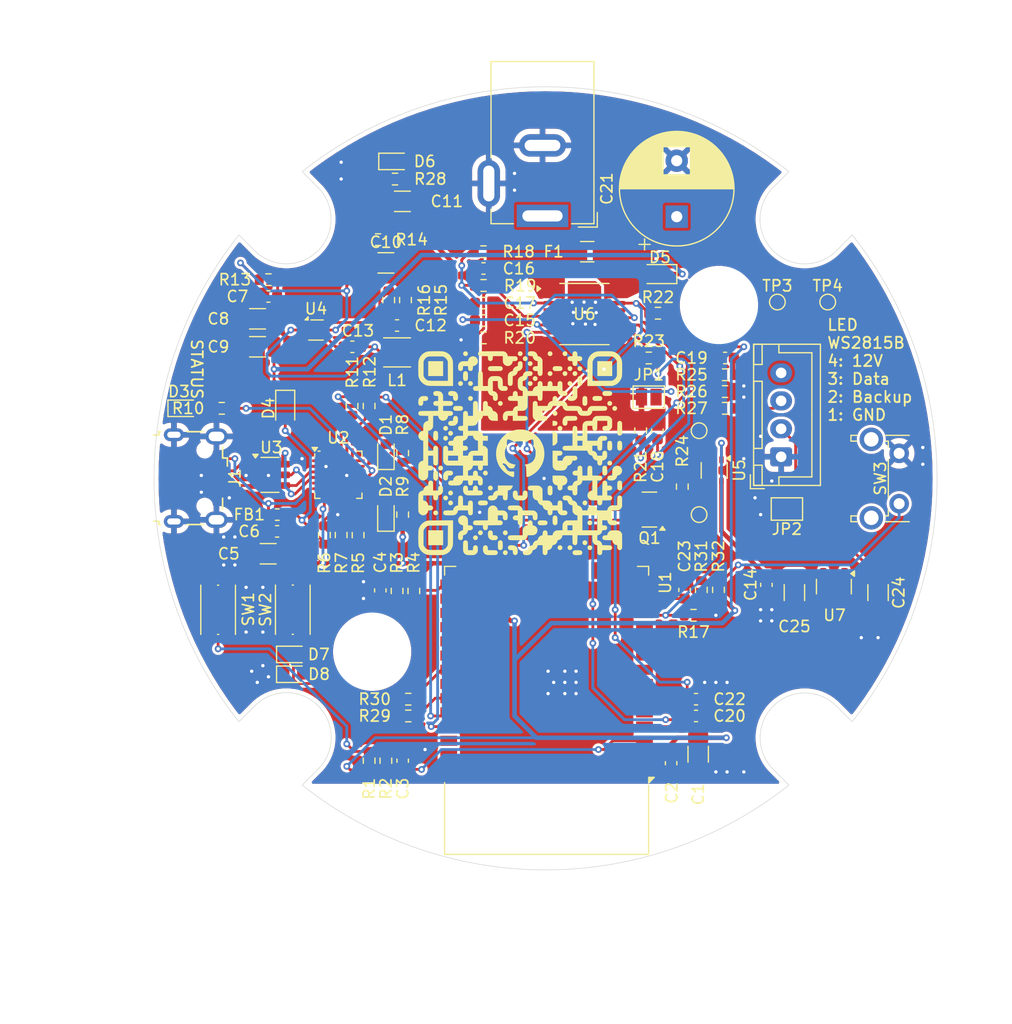
<source format=kicad_pcb>
(kicad_pcb (version 20240108) (generator "pcbnew") (generator_version "8.0")
  (layers (0 "F.Cu" signal) (31 "B.Cu" signal) (34 "B.Paste" user) (35 "F.Paste" user) (36 "B.SilkS" user "B.Silkscreen") (37 "F.SilkS" user "F.Silkscreen") (38 "B.Mask" user) (39 "F.Mask" user) (44 "Edge.Cuts" user))
  (net 0 "")
  (net 1 "+3V3")
  (net 3 "GND")
  (net 4 "Net-(D1-K)")
  (net 5 "Net-(U1-IO14)")
  (net 7 "Net-(D7-A)")
  (net 8 "Net-(D8-A)")
  (net 9 "Net-(U1-IO21)")
  (net 11 "Net-(U1-IO19)")
  (net 15 "Net-(R31-Pad1)")
  (net 23 "Net-(U1-EN)")
  (net 32 "Net-(U1-IO0)")
  (net 33 "ESP_EN")
  (net 34 "ESP_IO0")
  (net 35 "TXT")
  (net 36 "Net-(D2-K)")
  (net 37 "RXT")
  (net 38 "Suspendb")
  (net 39 "Net-(J1-VBUS)")
  (net 40 "VBUS")
  (net 41 "USB_D+")
  (net 43 "USB_D-")
  (net 44 "Net-(U2-~{RST})")
  (net 45 "Net-(U2-VBUS)")
  (net 46 "Net-(U2-~{SUSPEND})")
  (net 47 "RXD0")
  (net 48 "TXD")
  (net 49 "TXD0")
  (net 50 "RXD")
  (net 62 "Net-(U4-EN)")
  (net 63 "VFB")
  (net 64 "VBST")
  (net 65 "Net-(U4-SW)")
  (net 66 "+5V")
  (net 67 "LVL_GATE")
  (net 68 "DATA_ESP")
  (net 69 "DATA")
  (net 70 "RTN")
  (net 71 "Net-(U6-dVdT)")
  (net 72 "VIN")
  (net 73 "I_SNS")
  (net 74 "+12V")
  (net 75 "+12V_SNS")
  (net 76 "Net-(J3-Pin_3)")
  (net 77 "BACKUP")
  (net 78 "Net-(JP1-A)")
  (net 79 "eFuse_SHDN")
  (net 80 "Net-(Q1-D)")
  (net 81 "Net-(U6-UVLO)")
  (net 82 "Net-(U6-OVP)")
  (net 83 "Net-(U6-ILIM)")
  (net 84 "eFuse_FAULT")
  (net 87 "Vin_Buck")
  (net 88 "Net-(D6-A)")
  (footprint "Capacitor_SMD:C_0603_1608Metric" (layer "F.Cu") (at 10.277011 -4.509149 90)
    (property "Reference" "C18")
    (property "Value" "33p/50V" (hide yes))
  )
  (footprint "MountingHole:MountingHole_3.2mm_M3" (layer "F.Cu") (at -15.226661 15.259661)
    (property "Reference" "H4" (hide yes))
    (property "Value" "MountingHole" (hide yes))
  )
  (footprint "Resistor_SMD:R_0603_1608Metric" (layer "F.Cu") (at 14.199408 9.731209 -90)
    (property "Reference" "R31")
    (property "Value" "56k" (hide yes))
  )
  (footprint "RF_Module:ESP32-WROOM-32D" (layer "F.Cu") (at 0.37 17.51 180)
    (property "Reference" "U1")
    (property "Value" "ESP32-WROOM-32E")
  )
  (footprint "Resistor_SMD:R_0603_1608Metric" (layer "F.Cu") (at -14 25 -90)
    (property "Reference" "R2")
    (property "Value" "56k")
  )
  (footprint "Capacitor_SMD:C_0603_1608Metric" (layer "F.Cu") (at -24.5 -16.5 180)
    (property "Reference" "C7")
    (property "Value" "100n/50V")
  )
  (footprint "Resistor_SMD:R_0603_1608Metric" (layer "F.Cu") (at -5.267292 -12.794371 180)
    (property "Reference" "R20")
    (property "Value" "10k" (hide yes))
  )
  (footprint "Capacitor_SMD:C_1206_3216Metric" (layer "F.Cu") (at 30 9.975 -90)
    (property "Reference" "C24")
    (property "Value" "10u/25V")
  )
  (footprint "Capacitor_SMD:C_0603_1608Metric" (layer "F.Cu") (at -23.725 4.5 180)
    (property "Reference" "C6")
    (property "Value" "100n/50V" (hide yes))
  )
  (footprint "LED_SMD:LED_0603_1608Metric" (layer "F.Cu") (at -13.152781 -28.57259)
    (property "Reference" "D6")
    (property "Value" "LED_green" (hide yes))
  )
  (footprint "Capacitor_SMD:C_1206_3216Metric" (layer "F.Cu") (at -25.475 -12 180)
    (property "Reference" "C9")
    (property "Value" "10u/25V")
  )
  (footprint "Connector_JST:JST_XH_B4B-XH-A_1x04_P2.50mm_Vertical" (layer "F.Cu") (at 21.333826 -2.167652 90)
    (property "Reference" "J3" (hide yes))
    (property "Value" "Conn_01x04_Pin" (hide yes))
  )
  (footprint "Resistor_SMD:R_0603_1608Metric" (layer "F.Cu") (at -11.5 9.825 -90)
    (property "Reference" "R4")
    (property "Value" "10k" (hide yes))
  )
  (footprint "LED_SMD:LED_0603_1608Metric" (layer "F.Cu") (at -32 -6.5)
    (property "Reference" "D3")
    (property "Value" "LED_green")
  )
  (footprint "Fuse:Fuse_1206_3216Metric" (layer "F.Cu") (at 4 -20.5)
    (property "Reference" "F1")
    (property "Value" "n.b." (hide yes))
  )
  (footprint "Capacitor_SMD:C_0603_1608Metric" (layer "F.Cu") (at -5.262615 -14.348043 180)
    (property "Reference" "C15")
    (property "Value" "100n/50V" (hide yes))
  )
  (footprint "Button_Switch_THT:SW_Tactile_SPST_Angled_PTS645Vx83-2LFS" (layer "F.Cu") (at 31.886465 -2.475887 -90)
    (property "Reference" "SW3")
    (property "Value" "SW_Push")
  )
  (footprint "Capacitor_THT:CP_Radial_D10.0mm_P5.00mm" (layer "F.Cu") (at 12 -23.632323 90)
    (property "Reference" "C21")
    (property "Value" "1.5m/16V" (hide yes))
  )
  (footprint "Resistor_SMD:R_0603_1608Metric" (layer "F.Cu") (at 16.325 -9.5)
    (property "Reference" "R25")
    (property "Value" "R")
  )
  (footprint "Capacitor_SMD:C_0603_1608Metric" (layer "F.Cu") (at -17 -12)
    (property "Reference" "C13")
    (property "Value" "100n/50V")
  )
  (footprint "Capacitor_SMD:C_0603_1608Metric" (layer "F.Cu") (at -12.5 25 90)
    (property "Reference" "C3")
    (property "Value" "100n/50V")
  )
  (footprint "Package_SO:HTSSOP-16-1EP_4.4x5mm_P0.65mm_EP3x3mm" (layer "F.Cu") (at 3.75 -14.925845)
    (property "Reference" "U6")
    (property "Value" "TPS26400PWPR" (hide yes))
  )
  (footprint "Resistor_SMD:R_0603_1608Metric" (layer "F.Cu") (at -12.5 -2.5 -90)
    (property "Reference" "R8")
    (property "Value" "270R" (hide yes))
  )
  (footprint "Capacitor_SMD:C_0603_1608Metric" (layer "F.Cu") (at 16.325 -11)
    (property "Reference" "C19")
    (property "Value" "100n/50V" (hide yes))
  )
  (footprint "Inductor_SMD:L_0603_1608Metric" (layer "F.Cu") (at -23.7125 3)
    (property "Reference" "FB1")
    (property "Value" "300R@100MHz" (hide yes))
  )
  (footprint "Button_Switch_SMD:SW_Push_1P1T_NO_CK_KMR2" (layer "F.Cu") (at -29 11.509226 -90)
    (property "Reference" "SW1")
    (property "Value" "SW_Push")
  )
  (footprint "Resistor_SMD:R_0603_1608Metric" (layer "F.Cu") (at 16.325 -8 180)
    (property "Reference" "R26")
    (property "Value" "R" (hide yes))
  )
  (footprint "Capacitor_SMD:C_0603_1608Metric" (layer "F.Cu") (at 12.699408 9.731209 90)
    (property "Reference" "C23")
    (property "Value" "100n/50V" (hide yes))
  )
  (footprint "Capacitor_SMD:C_0603_1608Metric" (layer "F.Cu") (at 13.725 19.5)
    (property "Reference" "C22")
    (property "Value" "33p/50V" (hide yes))
  )
  (footprint "Package_TO_SOT_SMD:SOT-353_SC-70-5" (layer "F.Cu") (at 15.35 -0.95 -90)
    (property "Reference" "U5")
    (property "Value" "TC7SET126FU" (hide yes))
  )
  (footprint "TestPoint:TestPoint_Pad_D1.0mm" (layer "F.Cu") (at 14 3)
    (property "Reference" "TP1" (hide yes))
    (property "Value" "TestPoint" (hide yes))
  )
  (footprint "Connector_BarrelJack:BarrelJack_GCT_DCJ200-10-A_Horizontal" (layer "F.Cu") (at 0 -23.7 180)
    (property "Reference" "J2" (hide yes))
    (property "Value" "Barrel_Jack_Switch" (hide yes))
  )
  (footprint "Package_TO_SOT_SMD:SOT-563" (layer "F.Cu") (at -20.25 -13.5)
    (property "Reference" "U4")
    (property "Value" "TPS562242" (hide yes))
  )
  (footprint "Capacitor_SMD:C_0603_1608Metric" (layer "F.Cu") (at -5.262615 -15.910077 180)
    (property "Reference" "C17")
    (property "Value" "100n/50V" (hide yes))
  )
  (footprint "Resistor_SMD:R_0603_1608Metric" (layer "F.Cu") (at -13.186015 -26.993938)
    (property "Reference" "R28")
    (property "Value" "270R" (hide yes))
  )
  (footprint "Resistor_SMD:R_0603_1608Metric" (layer "F.Cu") (at 13.5 12)
    (property "Reference" "R17")
    (property "Value" "10k" (hide yes))
  )
  (footprint "Resistor_SMD:R_0603_1608Metric" (layer "F.Cu") (at 16.325 -6.5 180)
    (property "Reference" "R27")
    (property "Value" "470R" (hide yes))
  )
  (footprint "Capacitor_SMD:C_1206_3216Metric" (layer "F.Cu") (at -25.475 -14.5 180)
    (property "Reference" "C8")
    (property "Value" "10u/25V" (hide yes))
  )
  (footprint "Resistor_SMD:R_0603_1608Metric" (layer "F.Cu") (at -14.70014 -21.576473)
    (property "Reference" "R14")
    (property "Value" "20k")
  )
  (footprint "TestPoint:TestPoint_Pad_D1.0mm" (layer "F.Cu") (at 25.5 -16)
    (property "Reference" "TP4")
    (property "Value" "TestPoint" (hide yes))
  )
  (footprint "Capacitor_SMD:C_0603_1608Metric" (layer "F.Cu") (at 20.021407 9.282598 -90)
    (property "Reference" "C14")
    (property "Value" "100n/50V" (hide yes))
  )
  (footprint "Capacitor_SMD:C_0603_1608Metric" (layer "F.Cu") (at 11.5 25.221565 -90)
    (property "Reference" "C2")
    (property "Value" "100n/50V")
  )
  (footprint "Resistor_SMD:R_0603_1608Metric" (layer "F.Cu") (at -15.5 25 90)
    (property "Reference" "R1")
    (property "Value" "10k")
  )
  (footprint "Resistor_SMD:R_0603_1608Metric" (layer "F.Cu") (at -15.5 -6.706794 90)
    (property "Reference" "R12")
    (property "Value" "0R")
  )
  (footprint "Resistor_SMD:R_0603_1608Metric" (layer "F.Cu") (at -24.5 -18 180)
    (property "Reference" "R13")
    (property "Value" "47k" (hide yes))
  )
  (footprint "Resistor_SMD:R_0603_1608Metric" (layer "F.Cu") (at -28.675 -6.5 180)
    (property "Reference" "R10")
    (property "Value" "270R")
  )
  (footprint "TestPoint:TestPoint_Pad_D1.0mm" (layer "F.Cu") (at 14 -4.5)
    (property "Reference" "TP2" (hide yes))
    (property "Value" "TestPoint" (hide yes))
  )
  (footprint "Resistor_SMD:R_0603_1608Metric" (layer "F.Cu") (at 10.325 -15)
    (property "Reference" "R22")
    (property "Value" "10k" (hide yes))
  )
  (footprint "Resistor_SMD:R_0603_1608Metric" (layer "F.Cu") (at -12.25 -16.175 90)
    (property "Reference" "R15")
    (property "Value" "75K" (hide yes))
  )
  (footprint "Resistor_SMD:R_0603_1608Metric" (layer "F.Cu") (at -12 21 180)
    (property "Reference" "R29")
    (property "Value" "270R")
  )
  (footprint "TestPoint:TestPoint_Pad_D1.0mm" (layer "F.Cu") (at 21 -16)
    (property "Reference" "TP3")
    (property "Value" "TestPoint" (hide yes))
  )
  (footprint "Capacitor_SMD:C_0603_1608Metric" (layer "F.Cu") (at 13.725 21)
    (property "Reference" "C20")
    (property "Value" "33p/50V" (hide yes))
  )
  (footprint "Diode_SMD:D_SOD-323F" (layer "F.Cu") (at 10.4 -18.5 180)
    (property "Reference" "D5")
    (property "Value" "SS0840WS" (hide yes))
  )
  (footprint "Capacitor_SMD:C_1206_3216Metric" (layer "F.Cu") (at -14 -19.5)
    (property "Reference" "C10")
    (property "Value" "10n/50V")
  )
  (footprint "Capacitor_SMD:C_1206_3216Metric" (layer "F.Cu") (at 13.918017 24.42393 -90)
    (property "Reference" "C1")
    (property "Value" "22u/10V" (hide yes))
  )
  (footprint "Resistor_SMD:R_0603_1608Metric" (layer "F.Cu") (at -18 4.825 -90)
    (property "Reference" "R7")
    (property "Value" "100k")
  )
  (footprint "Capacitor_SMD:C_0603_1608Metric" (layer "F.Cu") (at -14.5 9.775 -90)
    (property "Reference" "C4")
    (property "Value" "100n/50V" (hide yes))
  )
  (footprint "Capacitor_SMD:C_1206_3216Metric" (layer "F.Cu") (at -12.525 -25)
    (property "Reference" "C11")
    (property "Value" "22u/10V" (hide yes))
  )
  (footprint "Capacitor_SMD:C_0603_1608Metric" (layer "F.Cu") (at -13.004024 -13.904443 180)
    (property "Reference" "C12")
    (property "Value" "33p/50V" (hide yes))
  )
  (footprint "Jumper:SolderJumper-2_P1.3mm_Open_Pad1.0x1.5mm" (layer "F.Cu") (at 21.85 2.5 180)
    (property "Reference" "JP2")
    (property "Value" "SolderJumper_2_Open" (hide yes))
  )
  (footprint "Inductor_SMD:L_Taiyo-Yuden_NR-24xx" (layer "F.Cu") (at -13 -11.5)
    (property "Reference" "L1")
    (property "Value" "2u2" (hide yes))
  )
  (footprint "Button_Switch_SMD:SW_Push_1P1T_NO_CK_KMR2" (layer "F.Cu") (at -22.322767 11.5 90)
    (property "Reference" "SW2")
    (property "Value" "SW_Push")
  )
  (footprint "Resistor_SMD:R_0603_1608Metric" (layer "F.Cu") (at 8.777011 -4.509149 -90)
    (property "Reference" "R21")
    (property "Value" "8k2" (hide yes))
  )
  (footprint "LED_SMD:LED_0603_1608Metric" (layer "F.Cu") (at -14 -2.515554 90)
    (property "Reference" "D1")
    (property "Value" "LED_green" (hide yes))
  )
  (footprint "Resistor_SMD:R_0603_1608Metric" (layer "F.Cu") (at 9.5 -11)
    (property "Reference" "R23")
    (property "Value" "27k" (hide yes))
  )
  (footprint "Resistor_SMD:R_0603_1608Metric" (layer "F.Cu") (at -13 9.825 90)
    (property "Reference" "R3")
    (property "Value" "56k" (hide yes))
  )
  (footprint "Jumper:SolderJumper-2_P1.3mm_Open_Pad1.0x1.5mm" (layer "F.Cu") (at 9.5 -7.5 180)
    (property "Reference" "JP1")
    (property "Value" "SolderJumper_2_Open" (hide yes))
  )
  (footprint "Resistor_SMD:R_0603_1608Metric" (layer "F.Cu") (at 15.732643 9.722314 90)
    (property "Reference" "R32")
    (property "Value" "10k" (hide yes))
  )
  (footprint "Diode_SMD:D_SOD-323F" (layer "F.Cu") (at -23 -6.5 -90)
    (property "Reference" "D4")
    (property "Value" "SS0840WS" (hide yes))
  )
  (footprint "LED_SMD:LED_0603_1608Metric" (layer "F.Cu") (at -14 3 90)
    (property "Reference" "D2")
    (property "Value" "LED_orange" (hide yes))
  )
  (footprint "Capacitor_SMD:C_0603_1608Metric" (layer "F.Cu") (at -5.275 -19)
    (property "Reference" "C16")
    (property "Value" "100n/50V" (hide yes))
  )
  (footprint "Package_TO_SOT_SMD:SOT-23" (layer "F.Cu") (at 9.5625 2.55 180)
    (property "Reference" "Q1")
    (property "Value" "2N7002" (hide yes))
  )
  (footprint "Package_TO_SOT_SMD:SOT-23" (layer "F.Cu") (at 26.05 9.4375 -90)
    (property "Reference" "U7")
    (property "Value" "AP7384-50SA" (hide yes))
  )
  (footprint "lib-footprint:github-logo" (layer "F.Cu") (at -2 -2.5)
    (property "Reference" "G***" (hide yes))
    (property "Value" "LOGO" (hide yes))
  )
  (footprint "Resistor_SMD:R_0603_1608Metric" (layer "F.Cu") (at 12.5 0.5 -90)
    (property "Reference" "R24")
    (property "Value" "10k" (hide yes))
  )
  (footprint "LED_SMD:LED_0603_1608Metric" (layer "F.Cu") (at -22.2875 15.5)
    (property "Reference" "D7")
    (property "Value" "LED_green")
  )
  (footprint "Resistor_SMD:R_0603_1608Metric" (layer "F.Cu") (at -12.5 3 -90)
    (property "Reference" "R9")
    (property "Value" "270R" (hide yes))
  )
  (footprint "Resistor_SMD:R_0603_1608Metric" (layer "F.Cu") (at -16.485817 4.832236 90)
    (property "Reference" "R5")
    (property "Value" "1k")
  )
  (footprint "Capacitor_SMD:C_1206_3216Metric" (layer "F.Cu") (at -24.525 6.5 180)
    (property "Reference" "C5")
    (property "Value" "22u/10V" (hide yes))
  )
  (footprint "Resistor_SMD:R_0603_1608Metric" (layer "F.Cu") (at -19.5 4.825 90)
    (property "Reference" "R6")
    (property "Value" "56k")
  )
  (footprint "Package_DFN_QFN:QFN-24-1EP_4x4mm_P0.5mm_EP2.6x2.6mm" (layer "F.Cu") (at -18.25 -0.5625)
    (property "Reference" "U2")
    (property "Value" "CP2102N-Axx-xQFN24" (hide yes))
  )
  (footprint "Resistor_SMD:R_0603_1608Metric" (layer "F.Cu") (at -17.028169 -6.71211 90)
    (property "Reference" "R11")
    (property "Value" "0R")
  )
  (footprint "Resistor_SMD:R_0603_1608Metric" (layer "F.Cu") (at -13.75 -16.175 -90)
    (property "Reference" "R16")
    (property "Value" "24k" (hide yes))
  )
  (footprint "LED_SMD:LED_0603_1608Metric" (layer "F.Cu") (at -22.288034 17.273263)
    (property "Reference" "D8")
    (property "Value" "LED_green")
  )
  (footprint "Resistor_SMD:R_0603_1608Metric" (layer "F.Cu") (at -5.270038 -17.482519 180)
    (property "Reference" "R19")
    (property "Value" "10k" (hide yes))
  )
  (footprint "Capacitor_SMD:C_1206_3216Metric" (layer "F.Cu") (at 22.521052 9.9712 -90)
    (property "Reference" "C25")
    (property "Value" "22u/10V" (hide yes))
  )
  (footprint "Resistor_SMD:R_0603_1608Metric" (layer "F.Cu") (at -12 19.5 180)
    (property "Reference" "R30")
    (property "Value" "270R")
  )
  (footprint "Package_TO_SOT_SMD:SOT-23-6" (layer "F.Cu") (at -24.3625 -0.55)
    (property "Reference" "U3")
    (property "Value" "WE-TVS-82400102" (hide yes))
  )
  (footprint "Resistor_SMD:R_0603_1608Metric" (layer "F.Cu") (at -5.275 -20.5)
    (property "Reference" "R18")
    (property "Value" "91k" (hide yes))
  )
  (footprint "MountingHole:MountingHole_3.2mm_M3" (layer "F.Cu") (at 15.773339 -15.740339)
    (property "Reference" "H2" (hide yes))
    (property "Value" "MountingHole" (hide yes))
  )
  (footprint "Connector_USB:USB_Micro-B_Wuerth_629105150521" (layer "F.Cu") (at -31 -0.262034 -90)
    (property "Reference" "J1")
    (property "Value" "USB_B_Micro")
  )
  (gr_line (start -20.06968 -26.242296) (end -21.483894 -27.656508) (stroke (width 0.05)) (layer "Edge.Cuts"))
  (gr_line (start 26.273213 20.104764) (end 27.687426 21.518977) (stroke (width 0.05)) (layer "Edge.Cuts"))
  (gr_arc (start -27.142567 21.516338) (mid -34.72666 -0.242148) (end -27.140747 -22) (stroke (width 0.05)) (layer "Edge.Cuts"))
  (gr_line (start 20.618443 -26.240212) (end 22.032655 -27.654426) (stroke (width 0.05)) (layer "Edge.Cuts"))
  (gr_line (start -25.728618 20.10268) (end -27.142566 21.516684) (stroke (width 0.05)) (layer "Edge.Cuts"))
  (gr_line (start -25.726535 -20.585442) (end -27.140747 -21.999654) (stroke (width 0.05)) (layer "Edge.Cuts"))
  (gr_arc (start 22.030571 27.175829) (mid 0.271876 34.759995) (end -21.486185 27.17401) (stroke (width 0.05)) (layer "Edge.Cuts"))
  (gr_line (start 20.616358 25.761618) (end 22.030571 27.175829) (stroke (width 0.05)) (layer "Edge.Cuts"))
  (gr_line (start -20.071764 25.759535) (end -21.485977 27.173748) (stroke (width 0.05)) (layer "Edge.Cuts"))
  (gr_arc (start 27.689245 -21.997363) (mid 35.273339 -0.238876) (end 27.687426 21.518977) (stroke (width 0.05)) (layer "Edge.Cuts"))
  (gr_arc (start 20.616358 25.761618) (mid 20.616359 20.104769) (end 26.273213 20.104764) (stroke (width 0.05)) (layer "Edge.Cuts"))
  (gr_arc (start -25.728618 20.10268) (mid -20.071763 20.102681) (end -20.071764 25.759535) (stroke (width 0.05)) (layer "Edge.Cuts"))
  (gr_arc (start -20.06968 -26.242296) (mid -20.06968 -20.585442) (end -25.726535 -20.585442) (stroke (width 0.05)) (layer "Edge.Cuts"))
  (gr_arc (start -21.483894 -27.656508) (mid 0.274802 -35.240675) (end 22.032864 -27.654689) (stroke (width 0.05)) (layer "Edge.Cuts"))
  (gr_arc (start 26.275312 -20.583342) (mid 20.618365 -20.583265) (end 20.618443 -26.240212) (stroke (width 0.05)) (layer "Edge.Cuts"))
  (gr_line (start 26.275296 -20.583358) (end 27.689245 -21.997363) (stroke (width 0.05)) (layer "Edge.Cuts"))
  (gr_text "LED\nWS2815B\n4: 12V\n3: Data\n2: Backup\n1: GND" (at 25.373932 -5.323505 0) (layer "F.SilkS") (effects (font (size 1 1) (thickness 0.16)) (justify left bottom)))
  (gr_text "STATUS" (at -31.5 -10 270) (layer "F.SilkS") (effects (font (size 1 1) (thickness 0.16)) (justify bottom)))
  (segment (start 15.732643 10.547314) (end 16.174354 10.547314) (width 0.4) (layer "F.Cu") (net 1))
  (segment (start 11.5 23.5) (end 12.05107 22.94893) (width 0.4) (layer "F.Cu") (net 1))
  (segment (start -22.15 7.35) (end -23 6.5) (width 0.4) (layer "F.Cu") (net 1))
  (segment (start -22.95 4.5) (end -22.435615 4.5) (width 0.25) (layer "F.Cu") (net 1))
  (segment (start -8 -9) (end -8 -11) (width 0.4) (layer "F.Cu") (net 1))
  (segment (start 11.5 24.446565) (end 11.5 23.5) (width 0.4) (layer "F.Cu") (net 1))
  (segment (start -2.85 12.5) (end -8 7.35) (width 0.4) (layer "F.Cu") (net 1))
  (segment (start -12.5 3.825) (end -12.5 5) (width 0.4) (layer "F.Cu") (net 1))
  (segment (start -12.275 -11.5) (end -11 -11.5) (width 0.4) (layer "F.Cu") (net 1))
  (segment (start -20.1875 0.6875) (end -19.5 1.375) (width 0.25) (layer "F.Cu") (net 1))
  (segment (start 14.15 -12) (end 18 -12) (width 0.25) (layer "F.Cu") (net 1))
  (segment (start 11.15 -15) (end 14.15 -12) (width 0.25) (layer "F.Cu") (net 1))
  (segment (start -9.85 7.35) (end -14 7.35) (width 0.4) (layer "F.Cu") (net 1))
  (segment (start 9.163435 24.446565) (end 9.12 24.49) (width 0.4) (layer "F.Cu") (net 1))
  (segment (start -11 -11.5) (end -8 -8.5) (width 0.4) (layer "F.Cu") (net 1))
  (segment (start -8 1) (end -8 -8.5) (width 0.4) (layer "F.Cu") (net 1))
  (segment (start -8 -8.5) (end -8 -9) (width 0.4) (layer "F.Cu") (net 1))
  (segment (start -22.435615 4.5) (end -19.624745 7.31087) (width 0.25) (layer "F.Cu") (net 1))
  (segment (start -19.5 2.5) (end -19.625 2.5) (width 0.25) (layer "F.Cu") (net 1))
  (segment (start -14 -25) (end -14 -26.982923) (width 0.4) (layer "F.Cu") (net 1))
  (segment (start -15.692764 5.657236) (end -16.485817 5.657236) (width 0.4) (layer "F.Cu") (net 1))
  (segment (start -13 -24.5) (end -8 -19.5) (width 0.4) (layer "F.Cu") (net 1))
  (segment (start -23.05 6.5) (end -23.05 4.6) (width 0.25) (layer "F.Cu") (net 1))
  (segment (start -14 -25) (end -13.5 -24.5) (width 0.4) (layer "F.Cu") (net 1))
  (segment (start -13.5 -24.5) (end -13 -24.5) (width 0.4) (layer "F.Cu") (net 1))
  (segment (start -10.675 -1.675) (end -8 1) (width 0.25) (layer "F.Cu") (net 1))
  (segment (start 12.05107 22.94893) (end 13.918017 22.94893) (width 0.4) (layer "F.Cu") (net 1))
  (segment (start -12.229024 -13.904443) (end -10.904443 -13.904443) (width 0.4) (layer "F.Cu") (net 1))
  (segment (start -8 6) (end -8 1) (width 0.4) (layer "F.Cu") (net 1))
  (segment (start -17.175 25.825) (end -17.5 25.5) (width 0.25) (layer "F.Cu") (net 1))
  (segment (start -23.05 4.6) (end -22.95 4.5) (width 0.25) (layer "F.Cu") (net 1))
  (segment (start -14 7.35) (end -22.15 7.35) (width 0.4) (layer "F.Cu") (net 1))
  (segment (start -12.5 -1.675) (end -10.675 -1.675) (width 0.25) (layer "F.Cu") (net 1))
  (segment (start -11.5 9) (end -9.85 7.35) (width 0.4) (layer "F.Cu") (net 1))
  (segment (start -9.85 7.35) (end -8 7.35) (width 0.4) (layer "F.Cu") (net 1))
  (segment (start 16.174354 10.547314) (end 17.204002 11.576962) (width 0.4) (layer "F.Cu") (net 1))
  (segment (start -10.904443 -13.904443) (end -8 -11) (width 0.4) (layer "F.Cu") (net 1))
  (segment (start -14 7.35) (end -15.692764 5.657236) (width 0.4) (layer "F.Cu") (net 1))
  (segment (start -2.5 12.5) (end -2.85 12.5) (width 0.4) (layer "F.Cu") (net 1))
  (segment (start -15.5 25.825) (end -17.175 25.825) (width 0.25) (layer "F.Cu") (net 1))
  (segment (start -12.25 -15.35) (end -10.85 -15.35) (width 0.4) (layer "F.Cu") (net 1))
  (segment (start -14 -26.982923) (end -14.011015 -26.993938) (width 0.4) (layer "F.Cu") (net 1))
  (segment (start -19.5 1.375) (end -19.5 2.5) (width 0.25) (layer "F.Cu") (net 1))
  (segment (start -8 -12.5) (end -8 -19.5) (width 0.4) (layer "F.Cu") (net 1))
  (segment (start -10.85 -15.35) (end -8 -12.5) (width 0.4) (layer "F.Cu") (net 1))
  (segment (start 13.918017 22.94893) (end 16.434173 22.948929) (width 0.4) (layer "F.Cu") (net 1))
  (segment (start -8 -12.5) (end -8 -11) (width 0.4) (layer "F.Cu") (net 1))
  (segment (start -20.1875 0.1875) (end -20.1875 0.6875) (width 0.25) (layer "F.Cu") (net 1))
  (segment (start -8 7.35) (end -8 6) (width 0.4) (layer "F.Cu") (net 1))
  (segment (start 11.5 24.446565) (end 9.163435 24.446565) (width 0.4) (layer "F.Cu") (net 1))
  (segment (start -23 6) (end -22.725 5.725) (width 0.25) (layer "F.Cu") (net 1))
  (segment (start 11.30074 24.49) (end 11.344175 24.446565) (width 0.4) (layer "F.Cu") (net 1))
  (via (at -17.5 25.5) (size 0.6) (drill 0.3) (layers "F.Cu" "B.Cu") (net 1))
  (via (at -12.5 5) (size 0.6) (drill 0.3) (layers "F.Cu" "B.Cu") (net 1))
  (via (at -2.5 12.5) (size 0.6) (drill 0.3) (layers "F.Cu" "B.Cu") (net 1))
  (via (at -19.625 2.5) (size 0.6) (drill 0.3) (layers "F.Cu" "B.Cu") (net 1))
  (via (at 18 -12) (size 0.6) (drill 0.3) (layers "F.Cu" "B.Cu") (net 1))
  (via (at 16.434173 22.948929) (size 0.6) (drill 0.3) (layers "F.Cu" "B.Cu") (net 1))
  (via (at -12.493963 7.337026) (size 0.6) (drill 0.3) (layers "F.Cu" "B.Cu") (net 1))
  (via (at 17.204002 11.576962) (size 0.6) (drill 0.3) (layers "F.Cu" "B.Cu") (net 1))
  (via (at -19.624745 7.31087) (size 0.6) (drill 0.3) (layers "F.Cu" "B.Cu") (net 1))
  (segment (start -19.625 7.310615) (end -19.624745 7.31087) (width 0.25) (layer "B.Cu") (net 1))
  (segment (start 16.434173 22.948929) (end -0.551071 22.948929) (width 0.4) (layer "B.Cu") (net 1))
  (segment (start -14.948929 22.948929) (end -0.551071 22.948929) (width 0.25) (layer "B.Cu") (net 1))
  (segment (start 0.8 12.7) (end -2.5 16) (width 0.4) (layer "B.Cu") (net 1))
  (segment (start -12.5 5) (end -12.5 7.330989) (width 0.4) (layer "B.Cu") (net 1))
  (segment (start 17.204002 11.576962) (end 16.080964 12.7) (width 0.4) (layer "B.Cu") (net 1))
  (segment (start -19.625 2.5) (end -19.625 7.310615) (width 0.25) (layer "B.Cu") (net 1))
  (segment (start 16.875 11.24796) (end 17.204002 11.576962) (width 0.25) (layer "B.Cu") (net 1))
  (segment (start -2.5 16) (end -2.5 12.5) (width 0.4) (layer "B.Cu") (net 1))
  (segment (start -17.5 25.5) (end -14.948929 22.948929) (width 0.25) (layer "B.Cu") (net 1))
  (segment (start -2.5 21) (end -2.5 16) (width 0.4) (layer "B.Cu") (net 1))
  (segment (start 16.080964 12.7) (end 0.8 12.7) (width 0.4) (layer "B.Cu") (net 1))
  (segment (start 18 -12) (end 16.875 -10.875) (width 0.25) (layer "B.Cu") (net 1))
  (segment (start -12.5 7.330989) (end -12.493963 7.337026) (width 0.4) (layer "B.Cu") (net 1))
  (segment (start 16.875 -10.875) (end 16.875 11.24796) (width 0.25) (layer "B.Cu") (net 1))
  (segment (start -0.551071 22.948929) (end -2.5 21) (width 0.4) (layer "B.Cu") (net 1))
  (via (at 3 18) (size 0.7) (drill 0.3) (layers "F.Cu" "B.Cu") (net 3))
  (via (at 2 17) (size 0.7) (drill 0.3) (layers "F.Cu" "B.Cu") (net 3))
  (via (at -28.5 5) (size 0.6) (drill 0.3) (layers "F.Cu" "B.Cu") (net 3))
  (via (at 34 -1.5) (size 0.6) (drill 0.3) (layers "F.Cu" "B.Cu") (net 3))
  (via (at -27.5 5) (size 0.6) (drill 0.3) (layers "F.Cu" "B.Cu") (net 3))
  (via (at -24.5 -0.5) (size 0.6) (drill 0.3) (layers "F.Cu" "B.Cu") (net 3))
  (via (at -26.5 -0.5) (size 0.6) (drill 0.3) (layers "F.Cu" "B.Cu") (net 3))
  (via (at 19.5 -4) (size 0.6) (drill 0.3) (layers "F.Cu" "B.Cu") (net 3))
  (via (at 18 -7.5) (size 0.6) (drill 0.3) (layers "F.Cu" "B.Cu") (net 3))
  (via (at 0.5 19) (size 0.7) (drill 0.3) (layers "F.Cu" "B.Cu") (net 3))
  (via (at -5.612188 2.791917) (size 0.6) (drill 0.3) (layers "F.Cu" "B.Cu") (net 3))
  (via (at -30.5 1) (size 0.6) (drill 0.3) (layers "F.Cu" "B.Cu") (net 3))
  (via (at -26 17) (size 0.6) (drill 0.3) (layers "F.Cu" "B.Cu") (net 3))
  (via (at -28 1.5) (size 0.6) (drill 0.3) (layers "F.Cu" "B.Cu") (net 3))
  (via (at 18 -2) (size 0.6) (drill 0.3) (layers "F.Cu" "B.Cu") (net 3))
  (via (at 19.5 12.5) (size 0.6) (drill 0.3) (layers "F.Cu" "B.Cu") (net 3))
  (via (at 3 17) (size 0.7) (drill 0.3) (layers "F.Cu" "B.Cu") (net 3))
  (via (at 28.5 14) (size 0.6) (drill 0.3) (layers "F.Cu" "B.Cu") (net 3))
  (via (at 15.5 18) (size 0.6) (drill 0.3) (layers "F.Cu" "B.Cu") (net 3))
  (via (at -18 -27) (size 0.6) (drill 0.3) (layers "F.Cu" "B.Cu") (net 3))
  (via (at 20.5 12.5) (size 0.6) (drill 0.3) (layers "F.Cu" "B.Cu") (net 3))
  (via (at 2 19) (size 0.7) (drill 0.3) (layers "F.Cu" "B.Cu") (net 3))
  (via (at 18 26) (size 0.6) (drill 0.3) (layers "F.Cu" "B.Cu") (net 3))
  (via (at -18.303806 3.00498) (size 0.6) (drill 0.3) (layers "F.Cu" "B.Cu") (net 3))
  (via (at 0.5 17) (size 0.7) (drill 0.3) (layers "F.Cu" "B.Cu") (net 3))
  (via (at -25 16.5) (size 0.6) (drill 0.3) (layers "F.Cu" "B.Cu") (net 3))
  (via (at -17.5 -0.5) (size 0.6) (drill 0.3) (layers "F.Cu" "B.Cu") (net 3))
  (via (at -28.5 7.5) (size 0.6) (drill 0.3) (layers "F.Cu" "B.Cu") (net 3))
  (via (at -25 9.5) (size 0.6) (drill 0.3) (layers "F.Cu" "B.Cu") (net 3))
  (via (at -16 10.5) (size 0.6) (drill 0.3) (layers "F.Cu" "B.Cu") (net 3))
  (via (at -2.5 -27.5) (size 0.6) (drill 0.3) (layers "F.Cu" "B.Cu") (net 3))
  (via (at -25.5 18) (size 0.6) (drill 0.3) (layers "F.Cu" "B.Cu") (net 3))
  (via (at 2 18) (size 0.7) (drill 0.3) (layers "F.Cu" "B.Cu") (net 3))
  (via (at -18 -28.5) (size 0.6) (drill 0.3) (layers "F.Cu" "B.Cu") (net 3))
  (via (at 16.5 26) (size 0.6) (drill 0.3) (layers "F.Cu" "B.Cu") (net 3))
  (via (at 15.5 26) (size 0.6) (drill 0.3) (layers "F.Cu" "B.Cu") (net 3))
  (via (at -7.281375 -12.619371) (size 0.6) (drill 0.3) (layers "F.Cu" "B.Cu") (net 3))
  (via (at -21.5 -2) (size 0.6) (drill 0.3) (layers "F.Cu" "B.Cu") (net 3))
  (via (at 20.5 11.5) (size 0.6) (drill 0.3) (layers "F.Cu" "B.Cu") (net 3))
  (via (at -24.5 17.5) (size 0.6) (drill 0.3) (layers "F.Cu" "B.Cu") (net 3))
  (via (at -10.5 24) (size 0.6) (drill 0.3) (layers "F.Cu" "B.Cu") (net 3))
  (via (at -26.5 13.5) (size 0.6) (drill 0.3) (layers "F.Cu" "B.Cu") (net 3))
  (via (at 30 14) (size 0.6) (drill 0.3) (layers "F.Cu" "B.Cu") (net 3))
  (via (at 15.5 12) (size 0.6) (drill 0.3) (layers "F.Cu" "B.Cu") (net 3))
  (via (at 34 -3) (size 0.6) (drill 0.3) (layers "F.Cu" "B.Cu") (net 3))
  (via (at 20.5 0) (size 0.6) (drill 0.3) (layers "F.Cu" "B.Cu") (net 3))
  (via (at 1 18) (size 0.7) (drill 0.3) (layers "F.Cu" "B.Cu") (net 3))
  (via (at 19.5 3) (size 0.6) (drill 0.3) (layers "F.Cu" "B.Cu") (net 3))
  (via (at 16.5 18) (size 0.6) (drill 0.3) (layers "F.Cu" "B.Cu") (net 3))
  (via (at 0.141213 -0.233282) (size 0.6) (drill 0.3) (layers "F.Cu" "B.Cu") (net 3))
  (via (at 19 1.5) (size 0.6) (drill 0.3) (layers "F.Cu" "B.Cu") (net 3))
  (via (at 19.5 11.5) (size 0.6) (drill 0.3) (layers "F.Cu" "B.Cu") (net 3))
  (via (at -27.5 7.5) (size 0.6) (drill 0.3) (layers "F.Cu" "B.Cu") (net 3))
  (via (at 14.5 18) (size 0.6) (drill 0.3) (layers "F.Cu" "B.Cu") (net 3))
  (via (at 3 19) (size 0.7) (drill 0.3) (layers "F.Cu" "B.Cu") (net 3))
  (via (at -26.5 9.5) (size 0.6) (drill 0.3) (layers "F.Cu" "B.Cu") (net 3))
  (via (at -16 9) (size 0.6) (drill 0.3) (layers "F.Cu" "B.Cu") (net 3))
  (via (at -19.356989 -1.298826) (size 0.6) (drill 0.3) (layers "F.Cu" "B.Cu") (net 3))
  (via (at -30.5 -0.5) (size 0.6) (drill 0.3) (layers "F.Cu" "B.Cu") (net 3))
  (via (at -2.5 -26) (size 0.6) (drill 0.3) (layers "F.Cu" "B.Cu") (net 3))
  (via (at 18 -8.5) (size 0.6) (drill 0.3) (layers "F.Cu" "B.Cu") (net 3))
  (via (at -25 13.5) (size 0.6) (drill 0.3) (layers "F.Cu" "B.Cu") (net 3))
  (segment (start -16.3125 0.1875) (end -15.491534 0.1875) (width 0.25) (layer "F.Cu") (net 4))
  (segment (start -15.491534 0.1875) (end -14 -1.304034) (width 0.25) (layer "F.Cu") (net 4))
  (segment (start -14 -1.304034) (end -14 -1.728054) (width 0.25) (layer "F.Cu") (net 4))
  (segment (start 9.133791 10.506209) (end 9.12 10.52) (width 0.25) (layer "F.Cu") (net 5))
  (segment (start 12.749408 10.556209) (end 12.699408 10.506209) (width 0.25) (layer "F.Cu") (net 5))
  (segment (start 14.199408 10.556209) (end 12.749408 10.556209) (width 0.25) (layer "F.Cu") (net 5))
  (segment (start 12.699408 10.506209) (end 9.133791 10.506209) (width 0.25) (layer "F.Cu") (net 5))
  (segment (start -22.263034 16.263034) (end -22.263034 17.760803) (width 0.25) (layer "F.Cu") (net 7))
  (segment (start -21.5 15.5) (end -22.263034 16.263034) (width 0.25) (layer "F.Cu") (net 7))
  (segment (start -21.924537 18.0993) (end -19.800786 18.0993) (width 0.25) (layer "F.Cu") (net 7))
  (segment (start -16.900086 21) (end -12.825 21) (width 0.25) (layer "F.Cu") (net 7))
  (segment (start -19.800786 18.0993) (end -16.900086 21) (width 0.25) (layer "F.Cu") (net 7))
  (segment (start -22.263034 17.760803) (end -21.924537 18.0993) (width 0.25) (layer "F.Cu") (net 7))
  (segment (start -21.500534 17.273263) (end -18.726737 17.273263) (width 0.25) (layer "F.Cu") (net 8))
  (segment (start -16.5 19.5) (end -12.825 19.5) (width 0.25) (layer "F.Cu") (net 8))
  (segment (start -18.726737 17.273263) (end -16.5 19.5) (width 0.25) (layer "F.Cu") (net 8))
  (segment (start -11.175 21) (end -9.585 19.41) (width 0.25) (layer "F.Cu") (net 9))
  (segment (start -9.585 19.41) (end -8.38 19.41) (width 0.25) (layer "F.Cu") (net 9))
  (segment (start -11.175 19.025) (end -9.02 16.87) (width 0.25) (layer "F.Cu") (net 11))
  (segment (start -9.02 16.87) (end -8.38 16.87) (width 0.25) (layer "F.Cu") (net 11))
  (segment (start -11.175 19.5) (end -11.175 19.025) (width 0.25) (layer "F.Cu") (net 11))
  (segment (start 15.732643 8.897314) (end 14.208303 8.897314) (width 0.25) (layer "F.Cu") (net 15))
  (segment (start 15.732643 8.897314) (end 16.102686 8.897314) (width 0.25) (layer "F.Cu") (net 15))
  (segment (start 14.208303 8.897314) (end 14.199408 8.906209) (width 0.25) (layer "F.Cu") (net 15))
  (segment (start 16.102686 8.897314) (end 17.5 7.5) (width 0.25) (layer "F.Cu") (net 15))
  (via (at 17.5 7.5) (size 0.6) (drill 0.3) (layers "F.Cu" "B.Cu") (net 15))
  (segment (start 17.5 7.5) (end 27.648014 7.5) (width 0.25) (layer "B.Cu") (net 15))
  (segment (start 27.648014 7.5) (end 31.886465 3.261549) (width 0.25) (layer "B.Cu") (net 15))
  (segment (start 31.886465 3.261549) (end 31.886465 2.024113) (width 0.25) (layer "B.Cu") (net 15))
  (segment (start 5.5 24) (end 6.28 23.22) (width 0.25) (layer "F.Cu") (net 23))
  (segment (start -12.55 25.825) (end -12.5 25.775) (width 0.25) (layer "F.Cu") (net 23))
  (segment (start -14 25.825) (end -12.55 25.825) (width 0.25) (layer "F.Cu") (net 23))
  (segment (start -12.5 25.775) (end -10.819293 25.775) (width 0.25) (layer "F.Cu") (net 23))
  (segment (start 6.28 23.22) (end 9.12 23.22) (width 0.25) (layer "F.Cu") (net 23))
  (segment (start -10.819293 25.775) (end -10.812751 25.781542) (width 0.25) (layer "F.Cu") (net 23))
  (segment (start 5 24) (end 5.5 24) (width 0.25) (layer "F.Cu") (net 23))
  (via (at 5 24) (size 0.6) (drill 0.3) (layers "F.Cu" "B.Cu") (net 23))
  (via (at -10.812751 25.781542) (size 0.6) (drill 0.3) (layers "F.Cu" "B.Cu") (net 23))
  (segment (start -9.031209 24) (end 5 24) (width 0.25) (layer "B.Cu") (net 23))
  (segment (start -10.812751 25.781542) (end -9.031209 24) (width 0.25) (layer "B.Cu") (net 23))
  (segment (start -12.225 9.775) (end -13 9) (width 0.25) (layer "F.Cu") (net 32))
  (segment (start -13 9) (end -14.5 9) (width 0.25) (layer "F.Cu") (net 32))
  (segment (start -9.401996 9.775) (end -12.225 9.775) (width 0.25) (layer "F.Cu") (net 32))
  (segment (start -8.876996 9.25) (end -9.401996 9.775) (width 0.25) (layer "F.Cu") (net 32))
  (segment (start -8.38 9.25) (end -8.876996 9.25) (width 0.25) (layer "F.Cu") (net 32))
  (segment (start -29 15) (end -29 14.359226) (width 0.25) (layer "F.Cu") (net 33))
  (segment (start -15.5 24.175) (end -14 24.175) (width 0.25) (layer "F.Cu") (net 33))
  (segment (start -29.8 9.459226) (end -29.8 13.559226) (width 0.25) (layer "F.Cu") (net 33))
  (segment (start -15.5 24.175) (end -16.825 24.175) (width 0.25) (layer "F.Cu") (net 33))
  (segment (start -16.825 24.175) (end -17.5 23.5) (width 0.25) (layer "F.Cu") (net 33))
  (segment (start -29 14.359226) (end -29.8 13.559226) (width 0.25) (layer "F.Cu") (net 33))
  (via (at -17.5 23.5) (size 0.6) (drill 0.3) (layers "F.Cu" "B.Cu") (net 33))
  (via (at -29 15) (size 0.6) (drill 0.3) (layers "F.Cu" "B.Cu") (net 33))
  (segment (start -24.420312 15) (end -29 15) (width 0.25) (layer "B.Cu") (net 33))
  (segment (start -17.5 21.920312) (end -24.420312 15) (width 0.25) (layer "B.Cu") (net 33))
  (segment (start -17.5 23.5) (end -17.5 21.920312) (width 0.25) (layer "B.Cu") (net 33))
  (segment (start -13 10.65) (end -13.675 11.325) (width 0.25) (layer "F.Cu") (net 34))
  (segment (start -19.297767 11.325) (end -21.522767 13.55) (width 0.25) (layer "F.Cu") (net 34))
  (segment (start -13.675 11.325) (end -19.297767 11.325) (width 0.25) (layer "F.Cu") (net 34))
  (segment (start -21.522767 9.45) (end -21.522767 13.55) (width 0.25) (layer "F.Cu") (net 34))
  (segment (start -13 10.65) (end -11.5 10.65) (width 0.25) (layer "F.Cu") (net 34))
  (segment (start -13.978054 -3.325) (end -14 -3.303054) (width 0.25) (layer "F.Cu") (net 35))
  (segment (start -12.5 -3.325) (end -13.978054 -3.325) (width 0.25) (layer "F.Cu") (net 35))
  (segment (start -16.3125 1.475) (end -16.3125 0.6875) (width 0.25) (layer "F.Cu") (net 36))
  (segment (start -14 3.7875) (end -16.3125 1.475) (width 0.25) (layer "F.Cu") (net 36))
  (segment (start -12.5375 2.2125) (end -12.5 2.175) (width 0.25) (layer "F.Cu") (net 37))
  (segment (start -14 2.2125) (end -12.5375 2.2125) (width 0.25) (layer "F.Cu") (net 37))
  (segment (start -29.5 -6.5) (end -31.2125 -6.5) (width 0.25) (layer "F.Cu") (net 38))
  (segment (start -22.45 -0.55) (end -22 -1) (width 0.25) (layer "F.Cu") (net 39))
  (segment (start -24.5 2) (end -24.5 3) (width 0.25) (layer "F.Cu") (net 39))
  (segment (start -28.662034 -2) (end -29.1 -1.562034) (width 0.25) (layer "F.Cu") (net 39))
  (segment (start -27.5 -2) (end -28.662034 -2) (width 0.25) (layer "F.Cu") (net 39))
  (segment (start -23.225 -0.55) (end -22.45 -0.55) (width 0.25) (layer "F.Cu") (net 39))
  (via (at -27.5 -2) (size 0.6) (drill 0.3) (layers "F.Cu" "B.Cu") (net 39))
  (via (at -22 -1) (size 0.6) (drill 0.3) (layers "F.Cu" "B.Cu") (net 39))
  (via (at -24.5 2) (size 0.6) (drill 0.3) (layers "F.Cu" "B.Cu") (net 39))
  (segment (start -24.5 2) (end -24.883884 2) (width 0.25) (layer "B.Cu") (net 39))
  (segment (start -22 -1) (end -21.37594 -0.37594) (width 0.25) (layer "B.Cu") (net 39))
  (segment (start -24.883884 2) (end -27.5 -0.616116) (width 0.25) (layer "B.Cu") (net 39))
  (segment (start -22.091116 2) (end -24.5 2) (width 0.25) (layer "B.Cu") (net 39))
  (segment (start -27.5 -0.616116) (end -27.5 -2) (width 0.25) (layer "B.Cu") (net 39))
  (segment (start -21.37594 -0.37594) (end -21.37594 1.284824) (width 0.25) (layer "B.Cu") (net 39))
  (segment (start -21.37594 1.284824) (end -22.091116 2) (width 0.25) (layer "B.Cu") (net 39))
  (segment (start -22 3) (end -21.5 3.5) (width 0.25) (layer "F.Cu") (net 40))
  (segment (start -23 -5.4) (end -23 -4.5) (width 0.25) (layer "F.Cu") (net 40))
  (segment (start -19.500941 5.649059) (end -19.500941 5.499059) (width 0.25) (layer "F.Cu") (net 40))
  (segment (start -19.5 5.65) (end -19.500941 5.649059) (width 0.25) (layer "F.Cu") (net 40))
  (segment (start -19.502573 5.652573) (end -19.5 5.65) (width 0.25) (layer "F.Cu") (net 40))
  (segment (start -19.500941 5.499059) (end -21.5 3.5) (width 0.25) (layer "F.Cu") (net 40))
  (segment (start -22.925 3) (end -22 3) (width 0.25) (layer "F.Cu") (net 40))
  (via (at -21.5 3.5) (size 0.6) (drill 0.3) (layers "F.Cu" "B.Cu") (net 40))
  (via (at -23 -4.5) (size 0.6) (drill 0.3) (layers "F.Cu" "B.Cu") (net 40))
  (segment (start -21.5 3.5) (end -20.75 2.75) (width 0.25) (layer "B.Cu") (net 40))
  (segment (start -20.75 -2.25) (end -23 -4.5) (width 0.25) (layer "B.Cu") (net 40))
  (segment (start -20.75 2.75) (end -20.75 -2.25) (width 0.25) (layer "B.Cu") (net 40))
  (segment (start -22.011396 0.4) (end -20.798896 -0.8125) (width 0.25) (layer "F.Cu") (net 41))
  (segment (start -29.1 -0.262034) (end -28.076374 -0.262034) (width 0.25) (layer "F.Cu") (net 41))
  (segment (start -25.5 0.4) (end -23.225 0.4) (width 0.25) (layer "F.Cu") (net 41))
  (segment (start -28.076374 -0.262034) (end -27.41434 0.4) (width 0.25) (layer "F.Cu") (net 41))
  (segment (start -23.225 0.4) (end -22.011396 0.4) (width 0.25) (layer "F.Cu") (net 41))
  (segment (start -27.41434 0.4) (end -25.5 0.4) (width 0.25) (layer "F.Cu") (net 41))
  (segment (start -20.798896 -0.8125) (end -20.1875 -0.8125) (width 0.25) (layer "F.Cu") (net 41))
  (segment (start -29.1 -0.912034) (end -27.587966 -0.912034) (width 0.25) (layer "F.Cu") (net 43))
  (segment (start -22.467495 1.155222) (end -22.117462 1.155222) (width 0.25) (layer "F.Cu") (net 43))
  (segment (start -25.5 -1.5) (end -23.225 -1.5) (width 0.25) (layer "F.Cu") (net 43))
  (segment (start -20.64974 -0.3125) (end -20.1875 -0.3125) (width 0.25) (layer "F.Cu") (net 43))
  (segment (start -27 -1.5) (end -25.5 -1.5) (width 0.25) (layer "F.Cu") (net 43))
  (segment (start -23.225 -2.275) (end -23 -2.5) (width 0.25) (layer "F.Cu") (net 43))
  (segment (start -22.117462 1.155222) (end -20.64974 -0.3125) (width 0.25) (layer "F.Cu") (net 43))
  (segment (start -27.587966 -0.912034) (end -27 -1.5) (width 0.25) (layer "F.Cu") (net 43))
  (segment (start -20.6625 -0.3125) (end -20.1875 -0.3125) (width 0.25) (layer "F.Cu") (net 43))
  (segment (start -23.225 -1.5) (end -23.225 -2.275) (width 0.25) (layer "F.Cu") (net 43))
  (via (at -23 -2.5) (size 0.6) (drill 0.3) (layers "F.Cu" "B.Cu") (net 43))
  (via (at -22.467495 1.155222) (size 0.6) (drill 0.3) (layers "F.Cu" "B.Cu") (net 43))
  (segment (start -23 0.5) (end -22.467495 1.032505) (width 0.25) (layer "B.Cu") (net 43))
  (segment (start -23 -2.5) (end -23 0.5) (width 0.25) (layer "B.Cu") (net 43))
  (segment (start -22.467495 1.032505) (end -22.467495 1.155222) (width 0.25) (layer "B.Cu") (net 43))
  (segment (start -18.5 1.83724) (end -18.5 1.375) (width 0.25) (layer "F.Cu") (net 44))
  (segment (start -16.485817 4.007236) (end -16.485817 3.851423) (width 0.25) (layer "F.Cu") (net 44))
  (segment (start -16.485817 3.851423) (end -18.5 1.83724) (width 0.25) (layer "F.Cu") (net 44))
  (segment (start -19.5 4) (end -19.5 3.5) (width 0.25) (layer "F.Cu") (net 45))
  (segment (start -19.5 3.5) (end -19 3) (width 0.25) (layer "F.Cu") (net 45))
  (segment (start -19.5 4.15) (end -18 5.65) (width 0.25) (layer "F.Cu") (net 45))
  (segment (start -19.5 4) (end -19.5 4.15) (width 0.25) (layer "F.Cu") (net 45))
  (segment (start -19 3) (end -19 1.375) (width 0.25) (layer "F.Cu") (net 45))
  (segment (start -18 5.65) (end -18 5.5) (width 0.25) (layer "F.Cu") (net 45))
  (segment (start -26.5 -6.5) (end -27.85 -6.5) (width 0.25) (layer "F.Cu") (net 46))
  (segment (start -15.6875 -0.3125) (end -15.245803 -0.754197) (width 0.25) (layer "F.Cu") (net 46))
  (segment (start -15.245803 -0.754197) (end -15.245803 -0.942115) (width 0.25) (layer "F.Cu") (net 46))
  (segment (start -16.3125 -0.3125) (end -15.6875 -0.3125) (width 0.25) (layer "F.Cu") (net 46))
  (via (at -15.245803 -0.942115) (size 0.6) (drill 0.3) (layers "F.Cu" "B.Cu") (net 46))
  (via (at -26.5 -6.5) (size 0.6) (drill 0.3) (layers "F.Cu" "B.Cu") (net 46))
  (segment (start -26.5 -6.5) (end -20.803688 -6.5) (width 0.25) (layer "B.Cu") (net 46))
  (segment (start -20.803688 -6.5) (end -15.245803 -0.942115) (width 0.25) (layer "B.Cu") (net 46))
  (segment (start -16.815076 -7.750203) (end -17.028169 -7.53711) (width 0.25) (layer "F.Cu") (net 47))
  (segment (start -8.7 21) (end -8.38 20.68) (width 0.25) (layer "F.Cu") (net 47))
  (segment (start -17.028169 -7.53711) (end -18.268692 -7.537109) (width 0.25) (layer "F.Cu") (net 47))
  (segment (start -10 21) (end -8.7 21) (width 0.25) (layer "F.Cu") (net 47))
  (via (at -18.268692 -7.537109) (size 0.6) (drill 0.3) (layers "F.Cu" "B.Cu") (net 47))
  (via (at -10 21) (size 0.6) (drill 0.3) (layers "F.Cu" "B.Cu") (net 47))
  (segment (start -18.268692 -7.537109) (end -10 0.731583) (width 0.25) (layer "B.Cu") (net 47))
  (segment (start -10 0.731583) (end -10 21) (width 0.25) (layer "B.Cu") (net 47))
  (segment (start -18 -4.915279) (end -18 -2.5) (width 0.25) (layer "F.Cu") (net 48))
  (segment (start -17.028169 -5.88711) (end -18 -4.915279) (width 0.25) (layer "F.Cu") (net 48))
  (segment (start -8.38 21.95) (end -9.95 21.95) (width 0.25) (layer "F.Cu") (net 49))
  (segment (start -15.44818 -7.54648) (end -15.466275 -7.528385) (width 0.2) (layer "F.Cu") (net 49))
  (segment (start -15.468206 -7.5) (end -15.5 -7.531794) (width 0.25) (layer "F.Cu") (net 49))
  (segment (start -15.545076 -7.596565) (end -15.495076 -7.546565) (width 0.25) (layer "F.Cu") (net 49))
  (segment (start -10 22) (end -9.95 21.95) (width 0.25) (layer "F.Cu") (net 49))
  (segment (start -14 -7.5) (end -15.468206 -7.5) (width 0.25) (layer "F.Cu") (net 49))
  (segment (start -8.38 21.95) (end -8.45 21.95) (width 0.25) (layer "F.Cu") (net 49))
  (segment (start -8.45 21.95) (end -8.5 22) (width 0.25) (layer "F.Cu") (net 49))
  (via (at -14 -7.5) (size 0.6) (drill 0.3) (layers "F.Cu" "B.Cu") (net 49))
  (via (at -9.95 21.95) (size 0.6) (drill 0.3) (layers "F.Cu" "B.Cu") (net 49))
  (segment (start -9.375 21.258884) (end -9.375 -2.875) (width 0.25) (layer "B.Cu") (net 49))
  (segment (start -10.275 21.625) (end -9.741116 21.625) (width 0.25) (layer "B.Cu") (net 49))
  (segment (start -9.375 -2.875) (end -14 -7.5) (width 0.25) (layer "B.Cu") (net 49))
  (segment (start -9.95 21.95) (end -10.275 21.625) (width 0.25) (layer "B.Cu") (net 49))
  (segment (start -9.741116 21.625) (end -9.375 21.258884) (width 0.25) (layer "B.Cu") (net 49))
  (segment (start -17.5 -3.881794) (end -17.5 -2.5) (width 0.25) (layer "F.Cu") (net 50))
  (segment (start -15.5 -5.881794) (end -17.5 -3.881794) (width 0.25) (layer "F.Cu") (net 50))
  (segment (start -15.475 -19.5) (end -17.5 -17.475) (width 0.25) (layer "F.Cu") (net 62))
  (segment (start -17.5 -17.475) (end -17.5 -17) (width 0.25) (layer "F.Cu") (net 62))
  (segment (start -25.325 -18) (end -25.5 -18) (width 0.25) (layer "F.Cu") (net 62))
  (segment (start -15.52514 -21.576473) (end -15.52514 -19.55014) (width 0.25) (layer "F.Cu") (net 62))
  (segment (start -25.5 -18) (end -27 -19.5) (width 0.25) (layer "F.Cu") (net 62))
  (segment (start -15.52514 -19.55014) (end -15.475 -19.5) (width 0.25) (layer "F.Cu") (net 62))
  (segment (start -19.5 -13.5) (end -18.5 -13.5) (width 0.25) (layer "F.Cu") (net 62))
  (via (at -17.5 -17) (size 0.6) (drill 0.3) (layers "F.Cu" "B.Cu") (net 62))
  (via (at -27 -19.5) (size 0.6) (drill 0.3) (layers "F.Cu" "B.Cu") (net 62))
  (via (at -18.5 -13.5) (size 0.6) (drill 0.3) (layers "F.Cu" "B.Cu") (net 62))
  (segment (start -18.5 -13.5) (end -17.5 -14.5) (width 0.25) (layer "B.Cu") (net 62))
  (segment (start -24.5 -17) (end -17.5 -17) (width 0.25) (layer "B.Cu") (net 62))
  (segment (start -17.5 -14.5) (end -17.5 -17) (width 0.25) (layer "B.Cu") (net 62))
  (segment (start -27 -19.5) (end -24.5 -17) (width 0.25) (layer "B.Cu") (net 62))
  (segment (start -13.75 -17) (end -14.55 -16.2) (width 0.25) (layer "F.Cu") (net 63))
  (segment (start -13.75 -17) (end -12.25 -17) (width 0.25) (layer "F.Cu") (net 63))
  (segment (start -13.779024 -13.904443) (end -14.044581 -14.17) (width 0.25) (layer "F.Cu") (net 63))
  (segment (start -19.33 -14.17) (end -19.5 -14) (width 0.25) (layer "F.Cu") (net 63))
  (segment (start -14.55 -14.675419) (end -13.779024 -13.904443) (width 0.25) (layer "F.Cu") (net 63))
  (segment (start -14.044581 -14.17) (end -19.33 -14.17) (width 0.25) (layer "F.Cu") (net 63))
  (segment (start -14.55 -16.2) (end -14.55 -14.675419) (width 0.25) (layer "F.Cu") (net 63))
  (segment (start -18.5 -12) (end -19.5 -13) (width 0.25) (layer "F.Cu") (net 64))
  (segment (start -17.775 -12) (end -18.5 -12) (width 0.25) (layer "F.Cu") (net 64))
  (segment (start -16.225 -12) (end -15 -12) (width 0.25) (layer "F.Cu") (net 65))
  (segment (start -14.5 -11.5) (end -15 -12) (width 0.25) (layer "F.Cu") (net 65))
  (segment (start -22.5 -13.5) (end -21 -13.5) (width 0.25) (layer "F.Cu") (net 65))
  (segment (start -13.725 -11.5) (end -14.5 -11.5) (width 0.25) (layer "F.Cu") (net 65))
  (via (at -15 -12) (size 0.6) (drill 0.3) (layers "F.Cu" "B.Cu") (net 65))
  (via (at -22.5 -13.5) (size 0.6) (drill 0.3) (layers "F.Cu" "B.Cu") (net 65))
  (segment (start -24.625 -9.741116) (end -24.625 -11.375) (width 0.25) (layer "B.Cu") (net 65))
  (segment (start -15 -12) (end -17.625 -9.375) (width 0.25) (layer "B.Cu") (net 65))
  (segment (start -24.258884 -9.375) (end -24.625 -9.741116) (width 0.25) (layer "B.Cu") (net 65))
  (segment (start -24.625 -11.375) (end -22.5 -13.5) (width 0.25) (layer "B.Cu") (net 65))
  (segment (start -17.625 -9.375) (end -24.258884 -9.375) (width 0.25) (layer "B.Cu") (net 65))
  (segment (start 16 4.486191) (end 20.021407 8.507598) (width 0.4) (layer "F.Cu") (net 66))
  (segment (start 22.521052 8.4962) (end 25.0962 8.4962) (width 0.25) (layer "F.Cu") (net 66))
  (segment (start 22.521052 8.4962) (end 20.032805 8.4962) (width 0.25) (layer "F.Cu") (net 66))
  (segment (start 16 0) (end 16 4.486191) (width 0.4) (layer "F.Cu") (net 66))
  (segment (start 20.032805 8.4962) (end 20.021407 8.507598) (width 0.25) (layer "F.Cu") (net 66))
  (segment (start 22.509654 8.507598) (end 22.521052 8.4962) (width 0.25) (layer "F.Cu") (net 66))
  (segment (start 25.0962 8.4962) (end 25.1 8.5) (width 0.25) (layer "F.Cu") (net 66))
  (segment (start 9.33 12) (end 9.12 11.79) (width 0.25) (layer "F.Cu") (net 67))
  (segment (start 12.675 12) (end 9.33 12) (width 0.25) (layer "F.Cu") (net 67))
  (segment (start 16 -1.9) (end 16 -3.393364) (width 0.25) (layer "F.Cu") (net 67))
  (via (at 16 -3.393364) (size 0.6) (drill 0.3) (layers "F.Cu" "B.Cu") (net 67))
  (via (at 11 12) (size 0.6) (drill 0.3) (layers "F.Cu" "B.Cu") (net 67))
  (segment (start 16 -3.393364) (end 16 7) (width 0.25) (layer "B.Cu") (net 67))
  (segment (start 16 7) (end 11 12) (width 0.25) (layer "B.Cu") (net 67))
  (segment (start 14 3) (end 15.35 1.65) (width 0.25) (layer "F.Cu") (net 68))
  (segment (start 9.12 9.25) (end 9.12 7.88) (width 0.25) (layer "F.Cu") (net 68))
  (segment (start 9.12 7.88) (end 14 3) (width 0.25) (layer "F.Cu") (net 68))
  (segment (start 15.35 1.65) (end 15.35 -1.9) (width 0.25) (layer "F.Cu") (net 68))
  (segment (start 15.5 -6.5) (end 15.5 -6) (width 0.25) (layer "F.Cu") (net 69))
  (segment (start 15.5 -6) (end 14 -4.5) (width 0.25) (layer "F.Cu") (net 69))
  (segment (start 14 -4.5) (end 14 -0.7) (width 0.25) (layer "F.Cu") (net 69))
  (segment (start 14 -0.7) (end 14.7 0) (width 0.25) (layer "F.Cu") (net 69))
  (segment (start 3.75 -14.750846) (end 3.790574 -15.087134) (width 0.25) (layer "F.Cu") (net 70))
  (segment (start 3.790574 -15.087134) (end 3.75 -14.925845) (width 0.25) (layer "F.Cu") (net 70))
  (via (at 2.716229 -14.063949) (size 0.6) (drill 0.3) (layers "F.Cu" "B.Cu") (net 70))
  (via (at 2.767388 -15.074344) (size 0.6) (drill 0.3) (layers "F.Cu" "B.Cu") (net 70))
  (via (at 3.841733 -14.025579) (size 0.6) (drill 0.3) (layers "F.Cu" "B.Cu") (net 70))
  (via (at 3.713835 -15.995211) (size 0.6) (drill 0.3) (layers "F.Cu" "B.Cu") (net 70))
  (via (at 2.65228 -15.982421) (size 0.6) (drill 0.3) (layers "F.Cu" "B.Cu") (net 70))
  (via (at 3.790574 -15.087134) (size 0.6) (drill 0.3) (layers "F.Cu" "B.Cu") (net 70))
  (via (at 4.73702 -15.982421) (size 0.6) (drill 0.3) (layers "F.Cu" "B.Cu") (net 70))
  (via (at 4.698651 -14) (size 0.6) (drill 0.3) (layers "F.Cu" "B.Cu") (net 70))
  (via (at 4.800969 -15.048765) (size 0.6) (drill 0.3) (layers "F.Cu" "B.Cu") (net 70))
  (segment (start -6.121359 -14.431787) (end -6.037615 -14.348043) (width 0.25) (layer "F.Cu") (net 71))
  (segment (start 6.625 -14.600845) (end 8.212201 -14.600845) (width 0.25) (layer "F.Cu") (net 71))
  (segment (start 8.212201 -14.600845) (end 8.214518 -14.598528) (width 0.25) (layer "F.Cu") (net 71))
  (segment (start -7.126319 -14.431787) (end -6.121359 -14.431787) (width 0.25) (layer "F.Cu") (net 71))
  (segment (start -6.037615 -14.348043) (end -6.037615 -15.910077) (width 0.25) (layer "F.Cu") (net 71))
  (via (at 8.214518 -14.598528) (size 0.6) (drill 0.3) (layers "F.Cu" "B.Cu") (net 71))
  (via (at -7.126319 -14.431787) (size 0.6) (drill 0.3) (layers "F.Cu" "B.Cu") (net 71))
  (segment (start 8.214518 -14.598528) (end 6.192835 -16.620211) (width 0.25) (layer "B.Cu") (net 71))
  (segment (start 1.120211 -16.620211) (end -1.068213 -14.431787) (width 0.25) (layer "B.Cu") (net 71))
  (segment (start 6.192835 -16.620211) (end 1.120211 -16.620211) (width 0.25) (layer "B.Cu") (net 71))
  (segment (start -1.068213 -14.431787) (end -7.126319 -14.431787) (width 0.25) (layer "B.Cu") (net 71))
  (segment (start 0 -23.7) (end 0 -23.1) (width 0.25) (layer "F.Cu") (net 72))
  (segment (start 11.77 20.68) (end 9.12 20.68) (width 0.25) (layer "F.Cu") (net 73))
  (segment (start 10.325 -11) (end 8.024155 -13.300845) (width 0.25) (layer "F.Cu") (net 73))
  (segment (start 10.286836 -3.724324) (end 10.277011 -3.734149) (width 0.25) (layer "F.Cu") (net 73))
  (segment (start 6.5 11.5) (end 6.5 14) (width 0.25) (layer "F.Cu") (net 73))
  (segment (start 12.95 19.5) (end 11.77 20.68) (width 0.25) (layer "F.Cu") (net 73))
  (segment (start 12.937472 17.977038) (end 12.937472 19.487472) (width 0.25) (layer "F.Cu") (net 73))
  (segment (start 12.937472 19.487472) (end 12.95 19.5) (width 0.25) (layer "F.Cu") (net 73))
  (segment (start 10.325 -11) (end 10.325 -9.595194) (width 0.25) (layer "F.Cu") (net 73))
  (segment (start 8.024155 -13.300845) (end 6.625 -13.300845) (width 0.25) (layer "F.Cu") (net 73))
  (segment (start 10.325 -9.595194) (end 10.329469 -9.590725) (width 0.25) (layer "F.Cu") (net 73))
  (segment (start 10.286836 -2.355048) (end 10.286836 -3.724324) (width 0.25) (layer "F.Cu") (net 73))
  (via (at 6.5 14) (size 0.6) (drill 0.3) (layers "F.Cu" "B.Cu") (net 73))
  (via (at 10.329469 -9.590725) (size 0.6) (drill 0.3) (layers "F.Cu" "B.Cu") (net 73))
  (via (at 6.5 11.5) (size 0.6) (drill 0.3) (layers "F.Cu" "B.Cu") (net 73))
  (via (at 12.937472 17.977038) (size 0.6) (drill 0.3) (layers "F.Cu" "B.Cu") (net 73))
  (via (at 10.286836 -2.355048) (size 0.6) (drill 0.3) (layers "F.Cu" "B.Cu") (net 73))
  (segment (start 6.5 14) (end 10.477038 17.977038) (width 0.25) (layer "B.Cu") (net 73))
  (segment (start 13.075 -5.143212) (end 10.286836 -2.355048) (width 0.25) (layer "B.Cu") (net 73))
  (segment (start 12.532886 -10.899002) (end 13.075 -10.356888) (width 0.25) (layer "B.Cu") (net 73))
  (segment (start 11.637746 -10.899002) (end 12.532886 -10.899002) (width 0.25) (layer "B.Cu") (net 73))
  (segment (start 10.329469 -9.590725) (end 11.637746 -10.899002) (width 0.25) (layer "B.Cu") (net 73))
  (segment (start 6.5 1.431788) (end 6.5 11.5) (width 0.25) (layer "B.Cu") (net 73))
  (segment (start 13.075 -10.356888) (end 13.075 -5.143212) (width 0.25) (layer "B.Cu") (net 73))
  (segment (start 10.286836 -2.355048) (end 6.5 1.431788) (width 0.25) (layer "B.Cu") (net 73))
  (segment (start 10.477038 17.977038) (end 12.937472 17.977038) (width 0.25) (layer "B.Cu") (net 73))
  (segment (start 26.5 5) (end 26.5 -6.5) (width 0.25) (layer "F.Cu") (net 74))
  (segment (start 21.333826 -9.667652) (end 20.832348 -9.667652) (width 0.25) (layer "F.Cu") (net 74))
  (segment (start 17.1 -11) (end 17.1 -9.55) (width 0.25) (layer "F.Cu") (net 74))
  (segment (start 23.332348 -9.667652) (end 21.333826 -9.667652) (width 0.25) (layer "F.Cu") (net 74))
  (segment (start 17.1 -9.55) (end 17.15 -9.5) (width 0.25) (layer "F.Cu") (net 74))
  (segment (start 19.5 -11) (end 17.1 -11) (width 0.25) (layer "F.Cu") (net 74))
  (segment (start 26.5 -6.5) (end 23.332348 -9.667652) (width 0.25) (layer "F.Cu") (net 74))
  (segment (start 30 8.5) (end 27 8.5) (width 0.25) (layer "F.Cu") (net 74))
  (segment (start 12 -23.632323) (end 12 -23.5) (width 0.4) (layer "F.Cu") (net 74))
  (segment (start 20.832348 -9.667652) (end 19.5 -11) (width 0.25) (layer "F.Cu") (net 74))
  (segment (start 30 8.5) (end 26.5 5) (width 0.25) (layer "F.Cu") (net 74))
  (segment (start 6.65 -17.175845) (end 6.625 -17.200845) (width 0.4) (layer "F.Cu") (net 74))
  (segment (start 12.086396 21) (end 12.95 21) (width 0.25) (layer "F.Cu") (net 75))
  (segment (start 13 -8) (end 15.5 -8) (width 0.25) (layer "F.Cu") (net 75))
  (segment (start 11.010854 21.331756) (end 11.75464 21.331756) (width 0.25) (layer "F.Cu") (net 75))
  (segment (start 11.75464 21.331756) (end 12.086396 21) (width 0.25) (layer "F.Cu") (net 75))
  (segment (start 12.95 21) (end 12 21.95) (width 0.25) (layer "F.Cu") (net 75))
  (segment (start 12 21.95) (end 9.12 21.95) (width 0.25) (layer "F.Cu") (net 75))
  (segment (start 15.5 -8) (end 15.5 -9.5) (width 0.25) (layer "F.Cu") (net 75))
  (segment (start 12 -7) (end 13 -8) (width 0.25) (layer "F.Cu") (net 75))
  (segment (start 4.5 11) (end 4.5 14.5) (width 0.25) (layer "F.Cu") (net 75))
  (via (at 11.010854 21.331756) (size 0.6) (drill 0.3) (layers "F.Cu" "B.Cu") (net 75))
  (via (at 4.5 14.5) (size 0.6) (drill 0.3) (layers "F.Cu" "B.Cu") (net 75))
  (via (at 4.5 11) (size 0.6) (drill 0.3) (layers "F.Cu" "B.Cu") (net 75))
  (via (at 12 -7) (size 0.6) (drill 0.3) (layers "F.Cu" "B.Cu") (net 75))
  (segment (start 4.5 11) (end 4.5 0.5) (width 0.25) (layer "B.Cu") (net 75))
  (segment (start 4.5 14.5) (end 4.5 18.5) (width 0.25) (layer "B.Cu") (net 75))
  (segment (start 7.331756 21.331756) (end 11.010854 21.331756) (width 0.25) (layer "B.Cu") (net 75))
  (segment (start 4.5 0.5) (end 12 -7) (width 0.25) (layer "B.Cu") (net 75))
  (segment (start 4.5 18.5) (end 7.331756 21.331756) (width 0.25) (layer "B.Cu") (net 75))
  (segment (start 17.15 -6.5) (end 20.666174 -6.5) (width 0.25) (layer "F.Cu") (net 76))
  (segment (start 20.666174 -6.5) (end 21.333826 -7.167652) (width 0.25) (layer "F.Cu") (net 76))
  (segment (start 21.333826 -4.667652) (end 22.633826 -3.367652) (width 0.25) (layer "F.Cu") (net 77))
  (segment (start 22.633826 -3.367652) (end 22.633826 2.366174) (width 0.25) (layer "F.Cu") (net 77))
  (segment (start 22.633826 2.366174) (end 22.5 2.5) (width 0.25) (layer "F.Cu") (net 77))
  (segment (start 11.5 -8) (end 10.65 -8) (width 0.25) (layer "F.Cu") (net 78))
  (segment (start -0.450845 -13.950845) (end -0.5 -14) (width 0.25) (layer "F.Cu") (net 78))
  (segment (start 10.65 -8) (end 10.15 -7.5) (width 0.25) (layer "F.Cu") (net 78))
  (segment (start 0.875 -13.950845) (end -0.450845 -13.950845) (width 0.25) (layer "F.Cu") (net 78))
  (via (at 11.5 -8) (size 0.6) (drill 0.3) (layers "F.Cu" "B.Cu") (net 78))
  (via (at -0.5 -14) (size 0.6) (drill 0.3) (layers "F.Cu" "B.Cu") (net 78))
  (segment (start 5.5 -8) (end 11.5 -8) (width 0.25) (layer "B.Cu") (net 78))
  (segment (start -0.5 -14) (end 5.5 -8) (width 0.25) (layer "B.Cu") (net 78))
  (segment (start -1 3.5) (end -1.85 3.5) (width 0.25) (layer "F.Cu") (net 79))
  (segment (start 10.5 3.5) (end -1 3.5) (width 0.25) (layer "F.Cu") (net 79))
  (segment (start -1.85 3.5) (end -5.35 7) (width 0.25) (layer "F.Cu") (net 79))
  (segment (start -5.35 7) (end -5.35 8) (width 0.25) (layer "F.Cu") (net 79))
  (segment (start 12.5 1.325) (end 12.5 1.5) (width 0.25) (layer "F.Cu") (net 79))
  (segment (start 12.5 1.5) (end 10.5 3.5) (width 0.25) (layer "F.Cu") (net 79))
  (segment (start 0.869741 -13.295586) (end 0.875 -13.300845) (width 0.25) (layer "F.Cu") (net 80))
  (segment (start 4.050224 2.55) (end -1.386312 -2.886536) (width 0.25) (layer "F.Cu") (net 80))
  (segment (start 8.625 2.55) (end 4.050224 2.55) (width 0.25) (layer "F.Cu") (net 80))
  (segment (start -1.38676 -13.295586) (end 0.869741 -13.295586) (width 0.25) (layer "F.Cu") (net 80))
  (via (at -1.38676 -13.295586) (size 0.6) (drill 0.3) (layers "F.Cu" "B.Cu") (net 80))
  (via (at -1.386312 -2.886536) (size 0.6) (drill 0.3) (layers "F.Cu" "B.Cu") (net 80))
  (via (at -1.38676 -13.295586) (size 0.6) (drill 0.3) (layers "F.Cu" "B.Cu") (net 80))
  (segment (start -1.386312 -2.886536) (end -1.386312 -13.295138) (width 0.25) (layer "B.Cu") (net 80))
  (segment (start -1.386312 -13.295138) (end -1.38676 -13.295586) (width 0.25) (layer "B.Cu") (net 80))
  (segment (start -6.1 -20.5) (end -6.5 -20.5) (width 0.25) (layer "F.Cu") (net 81))
  (segment (start -0.799376 -15.90905) (end 0.866795 -15.90905) (width 0.25) (layer "F.Cu") (net 81))
  (segment (start 0.86498 -15.910865) (end 0.875 -15.900845) (width 0.25) (layer "F.Cu") (net 81))
  (segment (start -7.218136 -19.781864) (end -7.218136 -19.255796) (width 0.25) (layer "F.Cu") (net 81))
  (segment (start -6.10332 -17.490801) (end -6.095038 -17.482519) (width 0.25) (layer "F.Cu") (net 81))
  (segment (start -7.226663 -17.490801) (end -6.10332 -17.490801) (width 0.25) (layer "F.Cu") (net 81))
  (segment (start 0.866795 -15.90905) (end 0.875 -15.900845) (width 0.25) (layer "F.Cu") (net 81))
  (segment (start -6.5 -20.5) (end -7.218136 -19.781864) (width 0.25) (layer "F.Cu") (net 81))
  (via (at -7.218136 -19.255796) (size 0.6) (drill 0.3) (layers "F.Cu" "B.Cu") (net 81))
  (via (at -0.799376 -15.90905) (size 0.6) (drill 0.3) (layers "F.Cu" "B.Cu") (net 81))
  (via (at -7.226663 -17.490801) (size 0.6) (drill 0.3) (layers "F.Cu" "B.Cu") (net 81))
  (segment (start -7.226663 -17.490801) (end -5.644912 -15.90905) (width 0.25) (layer "B.Cu") (net 81))
  (segment (start -7.218136 -17.499328) (end -7.226663 -17.490801) (width 0.25) (layer "B.Cu") (net 81))
  (segment (start -7.218136 -19.255796) (end -7.218136 -17.499328) (width 0.25) (layer "B.Cu") (net 81))
  (segment (start -5.644912 -15.90905) (end -0.799376 -15.90905) (width 0.25) (layer "B.Cu") (net 81))
  (segment (start -1.688364 -14.725845) (end 0.75 -14.725845) (width 0.25) (layer "F.Cu") (net 82))
  (segment (start -4.445038 -17.482519) (end -1.688364 -14.725845) (width 0.25) (layer "F.Cu") (net 82))
  (segment (start -4.445038 -17.482519) (end -5.262615 -16.664942) (width 0.25) (layer "F.Cu") (net 82))
  (segment (start -5.262615 -16.664942) (end -5.262615 -13.624048) (width 0.25) (layer "F.Cu") (net 82))
  (segment (start 0.75 -14.725845) (end 0.875 -14.600845) (width 0.25) (layer "F.Cu") (net 82))
  (segment (start -5.262615 -13.624048) (end -6.092292 -12.794371) (width 0.25) (layer "F.Cu") (net 82))
  (segment (start 8.776294 -2.062459) (end 8.776294 -3.683432) (width 0.25) (layer "F.Cu") (net 83))
  (segment (start 8.776294 -3.683432) (end 8.777011 -3.684149) (width 0.25) (layer "F.Cu") (net 83))
  (segment (start 12.274002 -10.274002) (end 8.597159 -13.950845) (width 0.25) (layer "F.Cu") (net 83))
  (segment (start 8.597159 -13.950845) (end 6.625 -13.950845) (width 0.25) (layer "F.Cu") (net 83))
  (via (at 12.274002 -10.274002) (size 0.6) (drill 0.3) (layers "F.Cu" "B.Cu") (net 83))
  (via (at 8.776294 -2.062459) (size 0.6) (drill 0.3) (layers "F.Cu" "B.Cu") (net 83))
  (segment (start 12.274002 -10.274002) (end 12.625 -9.923004) (width 0.25) (layer "B.Cu") (net 83))
  (segment (start 12.625 -5.911165) (end 8.776294 -2.062459) (width 0.25) (layer "B.Cu") (net 83))
  (segment (start 12.625 -9.923004) (end 12.625 -5.911165) (width 0.25) (layer "B.Cu") (net 83))
  (segment (start 8.599155 -15.900845) (end 8.392844 -15.900845) (width 0.25) (layer "F.Cu") (net 84))
  (segment (start 8.392844 -15.900845) (end 8.374496 -15.882497) (width 0.25) (layer "F.Cu") (net 84))
  (segment (start 9.5 -15) (end 8.599155 -15.900845) (width 0.25) (layer "F.Cu") (net 84))
  (segment (start 8.356148 -15.900845) (end 6.625 -15.900845) (width 0.25) (layer "F.Cu") (net 84))
  (segment (start 9.5 -15.124999) (end 9.5 -15) (width 0.25) (layer "F.Cu") (net 84))
  (segment (start -2.409887 5.749887) (end -4.08 7.42) (width 0.25) (layer "F.Cu") (net 84))
  (segment (start -4.08 7.42) (end -4.08 8) (width 0.25) (layer "F.Cu") (net 84))
  (segment (start 5.5 -10) (end 4.420644 -10) (width 0.25) (layer "F.Cu") (net 84))
  (segment (start 4.420644 -10) (end -2.658938 -2.920418) (width 0.25) (layer "F.Cu") (net 84))
  (segment (start 8.374496 -15.882497) (end 8.356148 -15.900845) (width 0.25) (layer "F.Cu") (net 84))
  (segment (start -1.680779 5.749887) (end -2.409887 5.749887) (width 0.25) (layer "F.Cu") (net 84))
  (via (at 8.374496 -15.882497) (size 0.6) (drill 0.3) (layers "F.Cu" "B.Cu") (net 84))
  (via (at -1.680779 5.749887) (size 0.6) (drill 0.3) (layers "F.Cu" "B.Cu") (net 84))
  (via (at 5.5 -10) (size 0.6) (drill 0.3) (layers "F.Cu" "B.Cu") (net 84))
  (via (at -2.658938 -2.920418) (size 0.6) (drill 0.3) (layers "F.Cu" "B.Cu") (net 84))
  (segment (start -2.658938 -2.920418) (end -1.680779 -1.942259) (width 0.25) (layer "B.Cu") (net 84))
  (segment (start 8.374496 -15.882497) (end 8.839518 -15.417475) (width 0.25) (layer "B.Cu") (net 84))
  (segment (start -1.680779 -1.942259) (end -1.680779 5.749887) (width 0.25) (layer "B.Cu") (net 84))
  (segment (start 8.839518 -13.339518) (end 5.5 -10) (width 0.25) (layer "B.Cu") (net 84))
  (segment (start 8.839518 -15.417475) (end 8.839518 -13.339518) (width 0.25) (layer "B.Cu") (net 84))
  (segment (start 11.5 -18.5) (end 12.5 -18.5) (width 0.4) (layer "F.Cu") (net 87))
  (segment (start -23.675 -16.55) (end -23.725 -16.5) (width 0.25) (layer "F.Cu") (net 87))
  (segment (start -24 -10) (end -24 -9) (width 0.25) (layer "F.Cu") (net 87))
  (segment (start -23.725 -16.5) (end -23.725 -14.775) (width 0.25) (layer "F.Cu") (net 87))
  (segment (start -24 -14.5) (end -21.5 -14.5) (width 0.25) (layer "F.Cu") (net 87))
  (segment (start -24 -14.5) (end -24 -12) (width 0.25) (layer "F.Cu") (net 87))
  (segment (start -23 -8) (end -23 -7.6) (width 0.25) (layer "F.Cu") (net 87))
  (segment (start -24 -10) (end -24 -12) (width 0.25) (layer "F.Cu") (net 87))
  (segment (start -21.5 -14.5) (end -21 -14) (width 0.25) (layer "F.Cu") (net 87))
  (segment (start -24 -9) (end -23 -8) (width 0.25) (layer "F.Cu") (net 87))
  (segment (start -23.725 -14.775) (end -24 -14.5) (width 0.25) (layer "F.Cu") (net 87))
  (segment (start -23.675 -18) (end -23.675 -16.55) (width 0.25) (layer "F.Cu") (net 87))
  (via (at 12.5 -18.5) (size 0.6) (drill 0.3) (layers "F.Cu" "B.Cu") (net 87))
  (via (at -24 -10) (size 0.6) (drill 0.3) (layers "F.Cu" "B.Cu") (net 87))
  (segment (start 12.5 -18.5) (end 10.8 -20.2) (width 0.4) (layer "B.Cu") (net 87))
  (segment (start -21.01005 -10) (end -24 -10) (width 0.4) (layer "B.Cu") (net 87))
  (segment (start -10.81005 -20.2) (end -21.01005 -10) (width 0.4) (layer "B.Cu") (net 87))
  (segment (start 10.8 -20.2) (end -10.81005 -20.2) (width 0.4) (layer "B.Cu") (net 87))
  (segment (start -12.365281 -26.998204) (end -12.361015 -26.993938) (width 0.25) (layer "F.Cu") (net 88))
  (segment (start -12.365281 -28.57259) (end -12.365281 -26.998204) (width 0.25) (layer "F.Cu") (net 88))
  (zone (net 74) (net_name "+12V") (layer "F.Cu") (priority 3) (connect_pads yes (clearance 0.25)) (min_thickness 0.25) (fill yes (thermal_gap 0.5) (thermal_bridge_width 0.75))
    (polygon (pts (xy 19.799299 -8.463808) (xy 22.799299 -8.463808) (xy 22.799299 -18.213808) (xy 16.049299 -24.713808) (xy 12.799299 -24.713808) (xy 10.049299 -21.963808) (xy 14.299299 -21.963808) (xy 19.799299 -16.713808)))
  )
  (zone (net 72) (net_name "VIN") (layer "F.Cu") (priority 4) (connect_pads yes (clearance 0.25)) (min_thickness 0.25) (fill yes (thermal_gap 0.5) (thermal_bridge_width 0.75))
    (polygon (pts (xy 4 -25) (xy 4 -18.5) (xy 2 -18.5) (xy 2.005684 -16.26148) (xy -0.296482 -16.26148) (xy -1.5 -18.5) (xy -5 -18.5) (xy -5 -22) (xy -3 -22) (xy -3 -25)))
  )
  (zone (net 74) (net_name "+12V") (layer "F.Cu") (priority 4) (connect_pads yes (clearance 0.25)) (min_thickness 0.25) (fill yes (thermal_gap 0.5) (thermal_bridge_width 0.75))
    (polygon (pts (xy 13.5 -25) (xy 10.5 -25) (xy 4.5 -22) (xy 4.5 -18.5) (xy 5.5 -17.5) (xy 5.507579 -16.197057) (xy 5.886536 -16.34864) (xy 7.588055 -16.34864) (xy 10 -17.5) (xy 10 -20.5) (xy 13.5 -22)))
  )
  (zone (net 3) (net_name "GND") (layers "F&B.Cu") (connect_pads thru_hole_only (clearance 0.25)) (min_thickness 0.25) (fill yes (thermal_gap 0.5) (thermal_bridge_width 0.5))
    (polygon (pts (xy -48 -42.5) (xy -48 40) (xy 42 40) (xy 42 -43) (xy -48.5 -43)))
  )
  (zone (net 70) (net_name "RTN") (layers "F&B.Cu") (priority 3) (connect_pads yes (clearance 0.2)) (min_thickness 0.25) (fill yes (thermal_gap 0.5) (thermal_bridge_width 0.5))
    (polygon (pts (xy -5.375 -16.5) (xy -5.5 -4.5) (xy -1.5 -4.5) (xy 3.5 -4.5) (xy 11 -4.5) (xy 11 -12) (xy 8.375 -12.125) (xy 8.375 -17.875) (xy -1.375 -17.875) (xy -3 -16.5)))
  )
)
</source>
